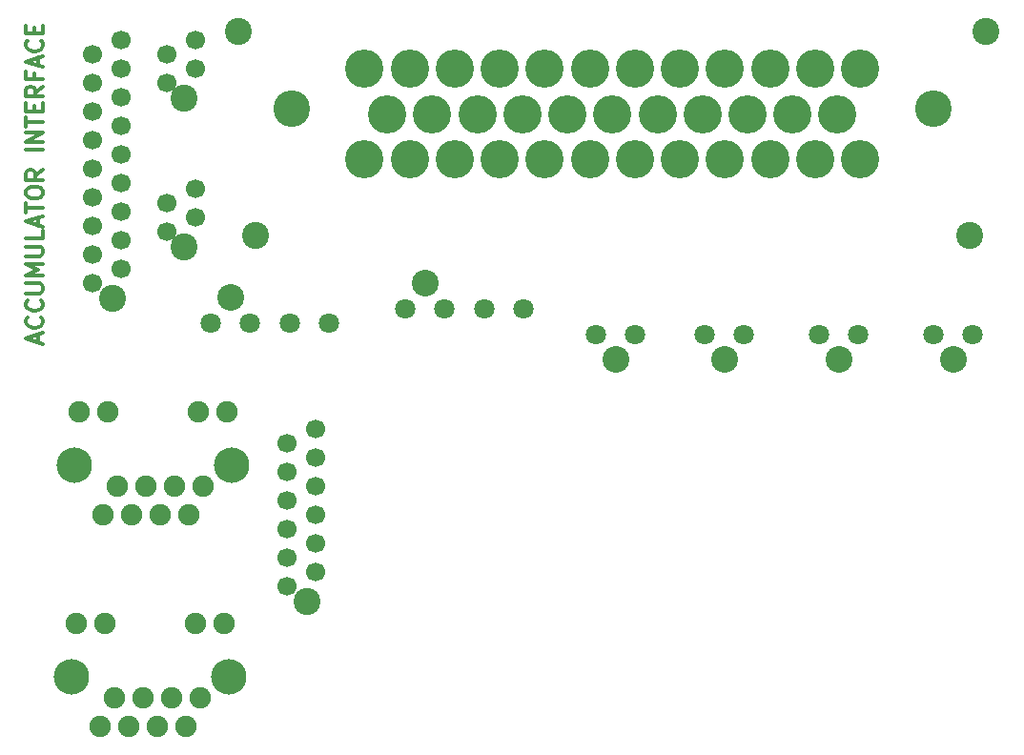
<source format=gbr>
G04 #@! TF.FileFunction,Soldermask,Top*
%FSLAX46Y46*%
G04 Gerber Fmt 4.6, Leading zero omitted, Abs format (unit mm)*
G04 Created by KiCad (PCBNEW 4.0.7-e2-6376~58~ubuntu16.04.1) date Sat Mar  3 12:44:21 2018*
%MOMM*%
%LPD*%
G01*
G04 APERTURE LIST*
%ADD10C,0.100000*%
%ADD11C,0.300000*%
%ADD12C,1.700000*%
%ADD13C,2.400000*%
%ADD14C,3.250000*%
%ADD15C,3.400000*%
%ADD16C,1.900000*%
%ADD17C,3.150000*%
%ADD18C,1.797000*%
%ADD19C,2.381000*%
G04 APERTURE END LIST*
D10*
D11*
X35825240Y-64973029D02*
X35825240Y-64258743D01*
X36253811Y-65115886D02*
X34753811Y-64615886D01*
X36253811Y-64115886D01*
X36110954Y-62758743D02*
X36182383Y-62830172D01*
X36253811Y-63044458D01*
X36253811Y-63187315D01*
X36182383Y-63401600D01*
X36039526Y-63544458D01*
X35896669Y-63615886D01*
X35610954Y-63687315D01*
X35396669Y-63687315D01*
X35110954Y-63615886D01*
X34968097Y-63544458D01*
X34825240Y-63401600D01*
X34753811Y-63187315D01*
X34753811Y-63044458D01*
X34825240Y-62830172D01*
X34896669Y-62758743D01*
X36110954Y-61258743D02*
X36182383Y-61330172D01*
X36253811Y-61544458D01*
X36253811Y-61687315D01*
X36182383Y-61901600D01*
X36039526Y-62044458D01*
X35896669Y-62115886D01*
X35610954Y-62187315D01*
X35396669Y-62187315D01*
X35110954Y-62115886D01*
X34968097Y-62044458D01*
X34825240Y-61901600D01*
X34753811Y-61687315D01*
X34753811Y-61544458D01*
X34825240Y-61330172D01*
X34896669Y-61258743D01*
X34753811Y-60615886D02*
X35968097Y-60615886D01*
X36110954Y-60544458D01*
X36182383Y-60473029D01*
X36253811Y-60330172D01*
X36253811Y-60044458D01*
X36182383Y-59901600D01*
X36110954Y-59830172D01*
X35968097Y-59758743D01*
X34753811Y-59758743D01*
X36253811Y-59044457D02*
X34753811Y-59044457D01*
X35825240Y-58544457D01*
X34753811Y-58044457D01*
X36253811Y-58044457D01*
X34753811Y-57330171D02*
X35968097Y-57330171D01*
X36110954Y-57258743D01*
X36182383Y-57187314D01*
X36253811Y-57044457D01*
X36253811Y-56758743D01*
X36182383Y-56615885D01*
X36110954Y-56544457D01*
X35968097Y-56473028D01*
X34753811Y-56473028D01*
X36253811Y-55044456D02*
X36253811Y-55758742D01*
X34753811Y-55758742D01*
X35825240Y-54615885D02*
X35825240Y-53901599D01*
X36253811Y-54758742D02*
X34753811Y-54258742D01*
X36253811Y-53758742D01*
X34753811Y-53473028D02*
X34753811Y-52615885D01*
X36253811Y-53044456D02*
X34753811Y-53044456D01*
X34753811Y-51830171D02*
X34753811Y-51544457D01*
X34825240Y-51401599D01*
X34968097Y-51258742D01*
X35253811Y-51187314D01*
X35753811Y-51187314D01*
X36039526Y-51258742D01*
X36182383Y-51401599D01*
X36253811Y-51544457D01*
X36253811Y-51830171D01*
X36182383Y-51973028D01*
X36039526Y-52115885D01*
X35753811Y-52187314D01*
X35253811Y-52187314D01*
X34968097Y-52115885D01*
X34825240Y-51973028D01*
X34753811Y-51830171D01*
X36253811Y-49687313D02*
X35539526Y-50187313D01*
X36253811Y-50544456D02*
X34753811Y-50544456D01*
X34753811Y-49973028D01*
X34825240Y-49830170D01*
X34896669Y-49758742D01*
X35039526Y-49687313D01*
X35253811Y-49687313D01*
X35396669Y-49758742D01*
X35468097Y-49830170D01*
X35539526Y-49973028D01*
X35539526Y-50544456D01*
X36253811Y-47901599D02*
X34753811Y-47901599D01*
X36253811Y-47187313D02*
X34753811Y-47187313D01*
X36253811Y-46330170D01*
X34753811Y-46330170D01*
X34753811Y-45830170D02*
X34753811Y-44973027D01*
X36253811Y-45401598D02*
X34753811Y-45401598D01*
X35468097Y-44473027D02*
X35468097Y-43973027D01*
X36253811Y-43758741D02*
X36253811Y-44473027D01*
X34753811Y-44473027D01*
X34753811Y-43758741D01*
X36253811Y-42258741D02*
X35539526Y-42758741D01*
X36253811Y-43115884D02*
X34753811Y-43115884D01*
X34753811Y-42544456D01*
X34825240Y-42401598D01*
X34896669Y-42330170D01*
X35039526Y-42258741D01*
X35253811Y-42258741D01*
X35396669Y-42330170D01*
X35468097Y-42401598D01*
X35539526Y-42544456D01*
X35539526Y-43115884D01*
X35468097Y-41115884D02*
X35468097Y-41615884D01*
X36253811Y-41615884D02*
X34753811Y-41615884D01*
X34753811Y-40901598D01*
X35825240Y-40401599D02*
X35825240Y-39687313D01*
X36253811Y-40544456D02*
X34753811Y-40044456D01*
X36253811Y-39544456D01*
X36110954Y-38187313D02*
X36182383Y-38258742D01*
X36253811Y-38473028D01*
X36253811Y-38615885D01*
X36182383Y-38830170D01*
X36039526Y-38973028D01*
X35896669Y-39044456D01*
X35610954Y-39115885D01*
X35396669Y-39115885D01*
X35110954Y-39044456D01*
X34968097Y-38973028D01*
X34825240Y-38830170D01*
X34753811Y-38615885D01*
X34753811Y-38473028D01*
X34825240Y-38258742D01*
X34896669Y-38187313D01*
X35468097Y-37544456D02*
X35468097Y-37044456D01*
X36253811Y-36830170D02*
X36253811Y-37544456D01*
X34753811Y-37544456D01*
X34753811Y-36830170D01*
D12*
X40640000Y-54610000D03*
X40640000Y-57150000D03*
X40640000Y-59690000D03*
X40640000Y-52070000D03*
X43180000Y-58420000D03*
X43180000Y-55880000D03*
X43180000Y-53340000D03*
X43180000Y-50800000D03*
X40640000Y-49530000D03*
X43180000Y-48260000D03*
X40640000Y-46990000D03*
X43180000Y-45720000D03*
X40640000Y-44450000D03*
X43180000Y-43180000D03*
X40640000Y-41910000D03*
X43180000Y-40640000D03*
X40640000Y-39370000D03*
X43180000Y-38100000D03*
D13*
X42440000Y-61090000D03*
D14*
X58316000Y-44196000D03*
D13*
X53616000Y-37396000D03*
X120016000Y-37396000D03*
X55116000Y-55496000D03*
X118516000Y-55496000D03*
D15*
X80816000Y-40696000D03*
X104816000Y-40696000D03*
X100816000Y-40696000D03*
X96816000Y-40696000D03*
X92816000Y-40696000D03*
X88816000Y-40696000D03*
X84816000Y-40696000D03*
X102816000Y-44696000D03*
X98816000Y-44696000D03*
X90816000Y-44696000D03*
X94816000Y-44696000D03*
X86816000Y-44696000D03*
X82816000Y-44696000D03*
X84816000Y-48696000D03*
X88816000Y-48696000D03*
X96816000Y-48696000D03*
X92816000Y-48696000D03*
X100816000Y-48696000D03*
X104816000Y-48696000D03*
X108816000Y-40696000D03*
X106816000Y-44696000D03*
X108816000Y-48696000D03*
D14*
X115316000Y-44196000D03*
D15*
X80816000Y-48696000D03*
X78816000Y-44696000D03*
X76816000Y-40696000D03*
X76816000Y-48696000D03*
X72816000Y-40696000D03*
X74816000Y-44696000D03*
X72816000Y-48696000D03*
X68816000Y-40696000D03*
X70816000Y-44696000D03*
X68816000Y-48696000D03*
X64816000Y-40696000D03*
X66816000Y-44696000D03*
X64816000Y-48696000D03*
D16*
X52578000Y-71120000D03*
X50038000Y-71120000D03*
X39478000Y-71120000D03*
X42018000Y-71120000D03*
X50478000Y-77750000D03*
X47938000Y-77750000D03*
X45398000Y-77750000D03*
X42858000Y-77750000D03*
X49208000Y-80290000D03*
X46668000Y-80290000D03*
X44128000Y-80290000D03*
X41588000Y-80290000D03*
D17*
X52978000Y-75870000D03*
X39078000Y-75870000D03*
D18*
X54638000Y-63246000D03*
X51138000Y-63246000D03*
D19*
X52888000Y-61016000D03*
D18*
X58138000Y-63246000D03*
X61638000Y-63246000D03*
X115316000Y-64262000D03*
X118816000Y-64262000D03*
D19*
X117066000Y-66492000D03*
D18*
X105156000Y-64262000D03*
X108656000Y-64262000D03*
D19*
X106906000Y-66492000D03*
D18*
X85344000Y-64262000D03*
X88844000Y-64262000D03*
D19*
X87094000Y-66492000D03*
D18*
X71910000Y-61976000D03*
X68410000Y-61976000D03*
D19*
X70160000Y-59746000D03*
D18*
X75410000Y-61976000D03*
X78910000Y-61976000D03*
D12*
X47244000Y-39370000D03*
X47244000Y-41910000D03*
X49784000Y-40640000D03*
X49784000Y-38100000D03*
D13*
X48744000Y-43310000D03*
D12*
X47244000Y-52578000D03*
X47244000Y-55118000D03*
X49784000Y-53848000D03*
X49784000Y-51308000D03*
D13*
X48744000Y-56518000D03*
D16*
X52324000Y-89916000D03*
X49784000Y-89916000D03*
X39224000Y-89916000D03*
X41764000Y-89916000D03*
X50224000Y-96546000D03*
X47684000Y-96546000D03*
X45144000Y-96546000D03*
X42604000Y-96546000D03*
X48954000Y-99086000D03*
X46414000Y-99086000D03*
X43874000Y-99086000D03*
X41334000Y-99086000D03*
D17*
X52724000Y-94666000D03*
X38824000Y-94666000D03*
D12*
X57912000Y-81534000D03*
X57912000Y-84074000D03*
X57912000Y-86614000D03*
X57912000Y-78994000D03*
X60452000Y-85344000D03*
X60452000Y-82804000D03*
X60452000Y-80264000D03*
X60452000Y-77724000D03*
X57912000Y-76454000D03*
X60452000Y-75184000D03*
X57912000Y-73914000D03*
X60452000Y-72644000D03*
D13*
X59712000Y-88014000D03*
D18*
X94996000Y-64262000D03*
X98496000Y-64262000D03*
D19*
X96746000Y-66492000D03*
M02*

</source>
